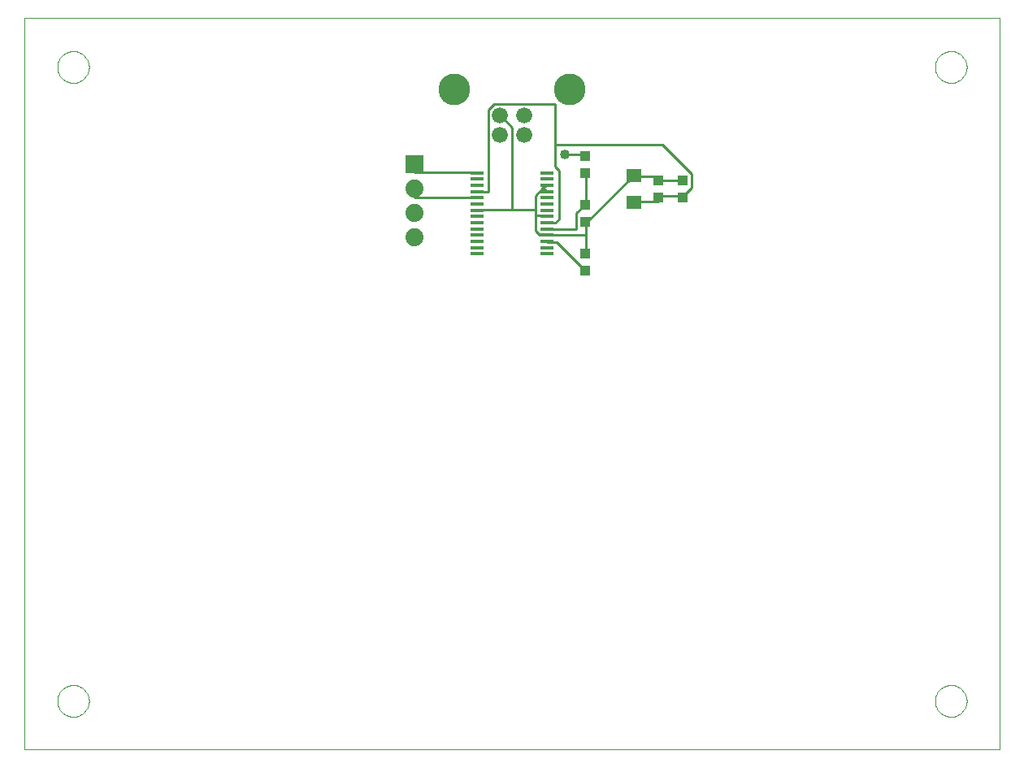
<source format=gtl>
G75*
G70*
%OFA0B0*%
%FSLAX24Y24*%
%IPPOS*%
%LPD*%
%AMOC8*
5,1,8,0,0,1.08239X$1,22.5*
%
%ADD10C,0.0000*%
%ADD11R,0.0394X0.0433*%
%ADD12R,0.0630X0.0551*%
%ADD13C,0.0660*%
%ADD14C,0.1300*%
%ADD15R,0.0740X0.0740*%
%ADD16C,0.0740*%
%ADD17R,0.0550X0.0137*%
%ADD18C,0.0100*%
%ADD19C,0.0400*%
D10*
X000101Y000101D02*
X000101Y030101D01*
X040101Y030101D01*
X040101Y000101D01*
X000101Y000101D01*
X001451Y002101D02*
X001453Y002151D01*
X001459Y002201D01*
X001469Y002251D01*
X001482Y002299D01*
X001499Y002347D01*
X001520Y002393D01*
X001544Y002437D01*
X001572Y002479D01*
X001603Y002519D01*
X001637Y002556D01*
X001674Y002591D01*
X001713Y002622D01*
X001754Y002651D01*
X001798Y002676D01*
X001844Y002698D01*
X001891Y002716D01*
X001939Y002730D01*
X001988Y002741D01*
X002038Y002748D01*
X002088Y002751D01*
X002139Y002750D01*
X002189Y002745D01*
X002239Y002736D01*
X002287Y002724D01*
X002335Y002707D01*
X002381Y002687D01*
X002426Y002664D01*
X002469Y002637D01*
X002509Y002607D01*
X002547Y002574D01*
X002582Y002538D01*
X002615Y002499D01*
X002644Y002458D01*
X002670Y002415D01*
X002693Y002370D01*
X002712Y002323D01*
X002727Y002275D01*
X002739Y002226D01*
X002747Y002176D01*
X002751Y002126D01*
X002751Y002076D01*
X002747Y002026D01*
X002739Y001976D01*
X002727Y001927D01*
X002712Y001879D01*
X002693Y001832D01*
X002670Y001787D01*
X002644Y001744D01*
X002615Y001703D01*
X002582Y001664D01*
X002547Y001628D01*
X002509Y001595D01*
X002469Y001565D01*
X002426Y001538D01*
X002381Y001515D01*
X002335Y001495D01*
X002287Y001478D01*
X002239Y001466D01*
X002189Y001457D01*
X002139Y001452D01*
X002088Y001451D01*
X002038Y001454D01*
X001988Y001461D01*
X001939Y001472D01*
X001891Y001486D01*
X001844Y001504D01*
X001798Y001526D01*
X001754Y001551D01*
X001713Y001580D01*
X001674Y001611D01*
X001637Y001646D01*
X001603Y001683D01*
X001572Y001723D01*
X001544Y001765D01*
X001520Y001809D01*
X001499Y001855D01*
X001482Y001903D01*
X001469Y001951D01*
X001459Y002001D01*
X001453Y002051D01*
X001451Y002101D01*
X001451Y028101D02*
X001453Y028151D01*
X001459Y028201D01*
X001469Y028251D01*
X001482Y028299D01*
X001499Y028347D01*
X001520Y028393D01*
X001544Y028437D01*
X001572Y028479D01*
X001603Y028519D01*
X001637Y028556D01*
X001674Y028591D01*
X001713Y028622D01*
X001754Y028651D01*
X001798Y028676D01*
X001844Y028698D01*
X001891Y028716D01*
X001939Y028730D01*
X001988Y028741D01*
X002038Y028748D01*
X002088Y028751D01*
X002139Y028750D01*
X002189Y028745D01*
X002239Y028736D01*
X002287Y028724D01*
X002335Y028707D01*
X002381Y028687D01*
X002426Y028664D01*
X002469Y028637D01*
X002509Y028607D01*
X002547Y028574D01*
X002582Y028538D01*
X002615Y028499D01*
X002644Y028458D01*
X002670Y028415D01*
X002693Y028370D01*
X002712Y028323D01*
X002727Y028275D01*
X002739Y028226D01*
X002747Y028176D01*
X002751Y028126D01*
X002751Y028076D01*
X002747Y028026D01*
X002739Y027976D01*
X002727Y027927D01*
X002712Y027879D01*
X002693Y027832D01*
X002670Y027787D01*
X002644Y027744D01*
X002615Y027703D01*
X002582Y027664D01*
X002547Y027628D01*
X002509Y027595D01*
X002469Y027565D01*
X002426Y027538D01*
X002381Y027515D01*
X002335Y027495D01*
X002287Y027478D01*
X002239Y027466D01*
X002189Y027457D01*
X002139Y027452D01*
X002088Y027451D01*
X002038Y027454D01*
X001988Y027461D01*
X001939Y027472D01*
X001891Y027486D01*
X001844Y027504D01*
X001798Y027526D01*
X001754Y027551D01*
X001713Y027580D01*
X001674Y027611D01*
X001637Y027646D01*
X001603Y027683D01*
X001572Y027723D01*
X001544Y027765D01*
X001520Y027809D01*
X001499Y027855D01*
X001482Y027903D01*
X001469Y027951D01*
X001459Y028001D01*
X001453Y028051D01*
X001451Y028101D01*
X037451Y028101D02*
X037453Y028151D01*
X037459Y028201D01*
X037469Y028251D01*
X037482Y028299D01*
X037499Y028347D01*
X037520Y028393D01*
X037544Y028437D01*
X037572Y028479D01*
X037603Y028519D01*
X037637Y028556D01*
X037674Y028591D01*
X037713Y028622D01*
X037754Y028651D01*
X037798Y028676D01*
X037844Y028698D01*
X037891Y028716D01*
X037939Y028730D01*
X037988Y028741D01*
X038038Y028748D01*
X038088Y028751D01*
X038139Y028750D01*
X038189Y028745D01*
X038239Y028736D01*
X038287Y028724D01*
X038335Y028707D01*
X038381Y028687D01*
X038426Y028664D01*
X038469Y028637D01*
X038509Y028607D01*
X038547Y028574D01*
X038582Y028538D01*
X038615Y028499D01*
X038644Y028458D01*
X038670Y028415D01*
X038693Y028370D01*
X038712Y028323D01*
X038727Y028275D01*
X038739Y028226D01*
X038747Y028176D01*
X038751Y028126D01*
X038751Y028076D01*
X038747Y028026D01*
X038739Y027976D01*
X038727Y027927D01*
X038712Y027879D01*
X038693Y027832D01*
X038670Y027787D01*
X038644Y027744D01*
X038615Y027703D01*
X038582Y027664D01*
X038547Y027628D01*
X038509Y027595D01*
X038469Y027565D01*
X038426Y027538D01*
X038381Y027515D01*
X038335Y027495D01*
X038287Y027478D01*
X038239Y027466D01*
X038189Y027457D01*
X038139Y027452D01*
X038088Y027451D01*
X038038Y027454D01*
X037988Y027461D01*
X037939Y027472D01*
X037891Y027486D01*
X037844Y027504D01*
X037798Y027526D01*
X037754Y027551D01*
X037713Y027580D01*
X037674Y027611D01*
X037637Y027646D01*
X037603Y027683D01*
X037572Y027723D01*
X037544Y027765D01*
X037520Y027809D01*
X037499Y027855D01*
X037482Y027903D01*
X037469Y027951D01*
X037459Y028001D01*
X037453Y028051D01*
X037451Y028101D01*
X037451Y002101D02*
X037453Y002151D01*
X037459Y002201D01*
X037469Y002251D01*
X037482Y002299D01*
X037499Y002347D01*
X037520Y002393D01*
X037544Y002437D01*
X037572Y002479D01*
X037603Y002519D01*
X037637Y002556D01*
X037674Y002591D01*
X037713Y002622D01*
X037754Y002651D01*
X037798Y002676D01*
X037844Y002698D01*
X037891Y002716D01*
X037939Y002730D01*
X037988Y002741D01*
X038038Y002748D01*
X038088Y002751D01*
X038139Y002750D01*
X038189Y002745D01*
X038239Y002736D01*
X038287Y002724D01*
X038335Y002707D01*
X038381Y002687D01*
X038426Y002664D01*
X038469Y002637D01*
X038509Y002607D01*
X038547Y002574D01*
X038582Y002538D01*
X038615Y002499D01*
X038644Y002458D01*
X038670Y002415D01*
X038693Y002370D01*
X038712Y002323D01*
X038727Y002275D01*
X038739Y002226D01*
X038747Y002176D01*
X038751Y002126D01*
X038751Y002076D01*
X038747Y002026D01*
X038739Y001976D01*
X038727Y001927D01*
X038712Y001879D01*
X038693Y001832D01*
X038670Y001787D01*
X038644Y001744D01*
X038615Y001703D01*
X038582Y001664D01*
X038547Y001628D01*
X038509Y001595D01*
X038469Y001565D01*
X038426Y001538D01*
X038381Y001515D01*
X038335Y001495D01*
X038287Y001478D01*
X038239Y001466D01*
X038189Y001457D01*
X038139Y001452D01*
X038088Y001451D01*
X038038Y001454D01*
X037988Y001461D01*
X037939Y001472D01*
X037891Y001486D01*
X037844Y001504D01*
X037798Y001526D01*
X037754Y001551D01*
X037713Y001580D01*
X037674Y001611D01*
X037637Y001646D01*
X037603Y001683D01*
X037572Y001723D01*
X037544Y001765D01*
X037520Y001809D01*
X037499Y001855D01*
X037482Y001903D01*
X037469Y001951D01*
X037459Y002001D01*
X037453Y002051D01*
X037451Y002101D01*
D11*
X023101Y019766D03*
X023101Y020435D03*
X023101Y021766D03*
X023101Y022435D03*
X023101Y023766D03*
X023101Y024435D03*
X026101Y023435D03*
X026101Y022766D03*
X027101Y022766D03*
X027101Y023435D03*
D12*
X025101Y023652D03*
X025101Y022550D03*
D13*
X020593Y025321D03*
X020593Y026101D03*
X019609Y026101D03*
X019609Y025321D03*
D14*
X017731Y027171D03*
X022471Y027171D03*
D15*
X016101Y024101D03*
D16*
X016101Y023101D03*
X016101Y022101D03*
X016101Y021101D03*
D17*
X018661Y021205D03*
X018661Y020949D03*
X018661Y020693D03*
X018661Y020437D03*
X018661Y021461D03*
X018661Y021717D03*
X018661Y021973D03*
X018661Y022229D03*
X018661Y022485D03*
X018661Y022741D03*
X018661Y022996D03*
X018661Y023252D03*
X018661Y023508D03*
X018661Y023764D03*
X021540Y023764D03*
X021540Y023508D03*
X021540Y023252D03*
X021540Y022996D03*
X021540Y022741D03*
X021540Y022485D03*
X021540Y022229D03*
X021540Y021973D03*
X021540Y021717D03*
X021540Y021461D03*
X021540Y021205D03*
X021540Y020949D03*
X021540Y020693D03*
X021540Y020437D03*
D18*
X021541Y020901D02*
X021540Y020949D01*
X021541Y020901D02*
X021941Y020901D01*
X023061Y019781D01*
X023101Y019766D01*
X023101Y020435D02*
X023141Y020501D01*
X023141Y021221D01*
X021541Y021221D01*
X021540Y021205D01*
X021461Y021221D01*
X021221Y021221D01*
X021061Y021381D01*
X021061Y022021D01*
X021061Y022261D01*
X020101Y022261D01*
X020101Y025621D01*
X019621Y026101D01*
X019609Y026101D01*
X019141Y026341D02*
X019381Y026581D01*
X021861Y026581D01*
X021861Y024901D01*
X026261Y024901D01*
X027461Y023701D01*
X027461Y023141D01*
X027141Y022821D01*
X027101Y022766D01*
X027061Y022821D01*
X026101Y022821D01*
X026101Y022766D01*
X026101Y022581D01*
X025141Y022581D01*
X025101Y022550D01*
X025141Y023621D02*
X025101Y023652D01*
X025061Y023621D01*
X023141Y021701D01*
X023101Y021766D01*
X023141Y021701D02*
X023141Y021221D01*
X022741Y021461D02*
X022741Y022101D01*
X023061Y022421D01*
X023101Y022435D01*
X023141Y022501D01*
X023141Y023701D01*
X023101Y023766D01*
X023101Y024435D02*
X023061Y024501D01*
X022261Y024501D01*
X021861Y024901D02*
X021861Y024021D01*
X022021Y023861D01*
X022021Y021861D01*
X021861Y021701D01*
X021541Y021701D01*
X021540Y021717D01*
X021540Y021973D02*
X021461Y022021D01*
X021061Y022021D01*
X021061Y022261D02*
X021061Y022821D01*
X021381Y023141D01*
X021461Y023061D01*
X021540Y022996D01*
X021381Y023141D02*
X021461Y023221D01*
X021540Y023252D01*
X020101Y022261D02*
X018741Y022261D01*
X018661Y022229D01*
X018661Y022741D02*
X018661Y022741D01*
X016101Y022741D01*
X016101Y023101D01*
X016101Y023781D02*
X016101Y024101D01*
X016101Y023781D02*
X018661Y023781D01*
X018661Y023764D01*
X018661Y022996D02*
X018741Y022981D01*
X019141Y022981D01*
X019141Y026341D01*
X025141Y023621D02*
X026101Y023621D01*
X026101Y023461D01*
X026101Y023435D01*
X026101Y023461D02*
X027061Y023461D01*
X027101Y023435D01*
X022741Y021461D02*
X021541Y021461D01*
X021540Y021461D01*
D19*
X022261Y024501D03*
M02*

</source>
